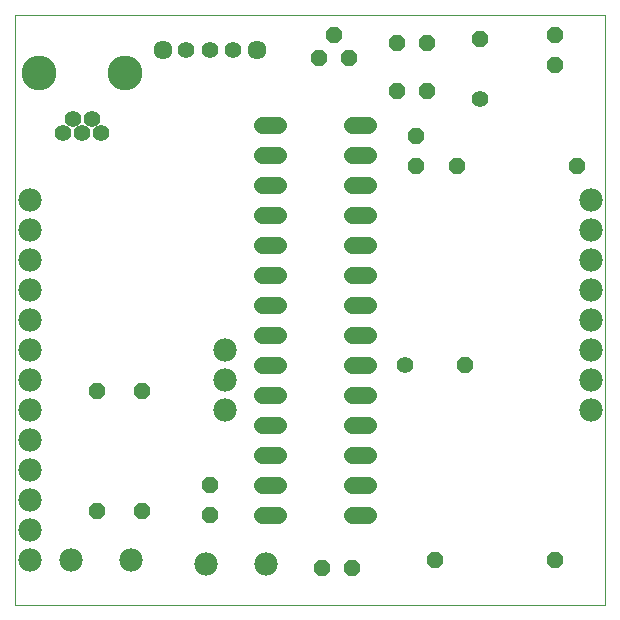
<source format=gbs>
G75*
%MOIN*%
%OFA0B0*%
%FSLAX25Y25*%
%IPPOS*%
%LPD*%
%AMOC8*
5,1,8,0,0,1.08239X$1,22.5*
%
%ADD10C,0.00000*%
%ADD11OC8,0.05600*%
%ADD12C,0.05600*%
%ADD13C,0.05550*%
%ADD14C,0.11620*%
%ADD15C,0.05600*%
%ADD16C,0.06337*%
%ADD17C,0.07800*%
D10*
X0001000Y0001800D02*
X0001000Y0198650D01*
X0197850Y0198650D01*
X0197850Y0001800D01*
X0001000Y0001800D01*
D11*
X0028500Y0033050D03*
X0043500Y0033050D03*
X0066000Y0031800D03*
X0066000Y0041800D03*
X0043500Y0073050D03*
X0028500Y0073050D03*
X0103500Y0014300D03*
X0113500Y0014300D03*
X0141000Y0016800D03*
X0181000Y0016800D03*
X0151000Y0081800D03*
X0148500Y0148050D03*
X0134750Y0148050D03*
X0134750Y0158050D03*
X0138500Y0173050D03*
X0128500Y0173050D03*
X0128500Y0189300D03*
X0138500Y0189300D03*
X0156000Y0190550D03*
X0181000Y0191800D03*
X0181000Y0181800D03*
X0188500Y0148050D03*
X0112250Y0184300D03*
X0107250Y0191800D03*
X0102250Y0184300D03*
D12*
X0156000Y0170550D03*
X0131000Y0081800D03*
D13*
X0073874Y0186800D03*
X0066000Y0186800D03*
X0058126Y0186800D03*
X0029799Y0159221D03*
X0026650Y0163946D03*
X0023500Y0159221D03*
X0020350Y0163946D03*
X0017201Y0159221D03*
D14*
X0009130Y0179300D03*
X0037870Y0179300D03*
D15*
X0083400Y0161800D02*
X0088600Y0161800D01*
X0088600Y0151800D02*
X0083400Y0151800D01*
X0083400Y0141800D02*
X0088600Y0141800D01*
X0088600Y0131800D02*
X0083400Y0131800D01*
X0083400Y0121800D02*
X0088600Y0121800D01*
X0088600Y0111800D02*
X0083400Y0111800D01*
X0083400Y0101800D02*
X0088600Y0101800D01*
X0088600Y0091800D02*
X0083400Y0091800D01*
X0083400Y0081800D02*
X0088600Y0081800D01*
X0088600Y0071800D02*
X0083400Y0071800D01*
X0083400Y0061800D02*
X0088600Y0061800D01*
X0088600Y0051800D02*
X0083400Y0051800D01*
X0083400Y0041800D02*
X0088600Y0041800D01*
X0088600Y0031800D02*
X0083400Y0031800D01*
X0113400Y0031800D02*
X0118600Y0031800D01*
X0118600Y0041800D02*
X0113400Y0041800D01*
X0113400Y0051800D02*
X0118600Y0051800D01*
X0118600Y0061800D02*
X0113400Y0061800D01*
X0113400Y0071800D02*
X0118600Y0071800D01*
X0118600Y0081800D02*
X0113400Y0081800D01*
X0113400Y0091800D02*
X0118600Y0091800D01*
X0118600Y0101800D02*
X0113400Y0101800D01*
X0113400Y0111800D02*
X0118600Y0111800D01*
X0118600Y0121800D02*
X0113400Y0121800D01*
X0113400Y0131800D02*
X0118600Y0131800D01*
X0118600Y0141800D02*
X0113400Y0141800D01*
X0113400Y0151800D02*
X0118600Y0151800D01*
X0118600Y0161800D02*
X0113400Y0161800D01*
D16*
X0081748Y0186800D03*
X0050252Y0186800D03*
D17*
X0006000Y0136800D03*
X0006000Y0126800D03*
X0006000Y0116800D03*
X0006000Y0106800D03*
X0006000Y0096800D03*
X0006000Y0086800D03*
X0006000Y0076800D03*
X0006000Y0066800D03*
X0006000Y0056800D03*
X0006000Y0046800D03*
X0006000Y0036800D03*
X0006000Y0026800D03*
X0006000Y0016800D03*
X0019750Y0016800D03*
X0039750Y0016800D03*
X0064750Y0015550D03*
X0084750Y0015550D03*
X0071000Y0066800D03*
X0071000Y0076800D03*
X0071000Y0086800D03*
X0193000Y0086800D03*
X0193000Y0076800D03*
X0193000Y0066800D03*
X0193000Y0096800D03*
X0193000Y0106800D03*
X0193000Y0116800D03*
X0193000Y0126800D03*
X0193000Y0136800D03*
M02*

</source>
